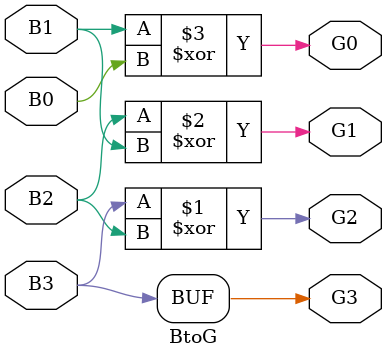
<source format=v>
module BtoG (
    input B3, B2, B1 ,B0,
    output G3, G2, G1, G0
);

    /*gate level*/
    assign G3=B3;
    xor g1(G2,B3,B2);
    xor g2(G1,B2,B1);
    xor g3(G0,B1,B0);

    /*data flow
    assign G3=B3;
    assign G2=B3^B2;
    assign G1=B2^B1;
    assign G0=B1^B0;*/

    /*Behavioral Modeling
    always @(*) begin
        G3=B3;
        G2=B3^B2;
        G1=B2^B1;
        G0=B1^B0;
    end*/

endmodule

// module BtoG (
//     input [3:0]B,
//     output reg [3:0]G
// );
//     always @(*) begin
//         G[3]=B[3];
//         G[2]=B[3]^B[2];
//         G[1]=B[2]^B[1];
//         G[0]=B[1]^B[0];
//     end
// endmodule
</source>
